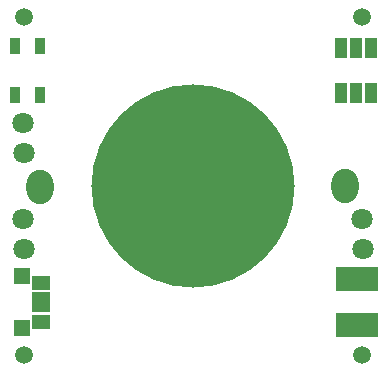
<source format=gbr>
G04 DipTrace 3.2.0.1*
G04 BottomMask.gbr*
%MOMM*%
G04 #@! TF.FileFunction,Soldermask,Bot*
G04 #@! TF.Part,Single*
%AMOUTLINE4*
4,1,4,
0.47417,-0.85046,
-0.47587,-0.84954,
-0.47417,0.85046,
0.47587,0.84954,
0.47417,-0.85046,
0*%
%AMOUTLINE16*
4,1,16,
-1.14948,-0.3132,
-1.03711,-0.80182,
-0.71662,-1.20234,
-0.25409,-1.42411,
0.25886,-1.42323,
0.72062,-1.19992,
1.03975,-0.79835,
1.15052,-0.30933,
1.14948,0.3132,
1.03711,0.80182,
0.71662,1.20234,
0.25409,1.42411,
-0.25886,1.42323,
-0.72062,1.19992,
-1.03975,0.79835,
-1.15052,0.30933,
-1.14948,-0.3132,
0*%
%AMOUTLINE19*
4,1,4,
0.4552,0.64636,
0.4448,-0.65356,
-0.4552,-0.64636,
-0.4448,0.65356,
0.4552,0.64636,
0*%
%ADD33C,1.5*%
%ADD41C,17.2*%
%ADD43R,1.6X1.3*%
%ADD45R,1.6X1.7*%
%ADD47R,1.4X1.4*%
%ADD53C,1.8*%
%ADD55C,1.8*%
%ADD57R,3.6X2.1*%
%ADD64OUTLINE4*%
%ADD76OUTLINE16*%
%ADD79OUTLINE19*%
%FSLAX35Y35*%
G04*
G71*
G90*
G75*
G01*
G04 BotMask*
%LPD*%
D57*
X1386600Y-788110D3*
Y-1178110D3*
D33*
X-1430000Y1430000D3*
X1430000D3*
X-1430000Y-1430000D3*
X1430000D3*
D64*
X1507183Y1168373D3*
X1380180Y1168497D3*
X1253180Y1168623D3*
X1506810Y791373D3*
X1379813Y791500D3*
X1252810Y791623D3*
D55*
X1439000Y-533000D3*
D53*
X1435000Y-279000D3*
D55*
X-1431000Y-533000D3*
D53*
X-1435000Y-279000D3*
D55*
X-1431000Y285000D3*
D53*
X-1435000Y539000D3*
D47*
X-1450000Y-760000D3*
Y-1200000D3*
D45*
X-1285000Y-980000D3*
D43*
Y-815000D3*
Y-1145000D3*
D76*
X1289997Y2163D3*
X-1289997Y-2160D3*
D41*
X0Y0D3*
D79*
X-1294163Y771647D3*
X-1509157Y773367D3*
X-1290843Y1186633D3*
X-1505837Y1188353D3*
M02*

</source>
